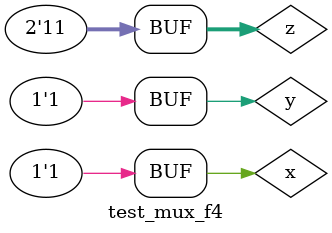
<source format=v>
module mux (output  s1,
input  x, 
input  y,
input  z,
input  w,
input [1:0]chave1);
wire t1,t2,t3,t4,n1,n2;

not NOT1(n1,chave1[0]);
not NOT2(n2,chave1[1]);
and AND1(t1,x,n1,n2);
and AND2(t2,y,chave1[0],n2);
and AND3(t3,z,n1,chave1[1]);
and AND4(t4,w,chave1[0],chave1[1]);
or OR1(s1,t1,t2,t3,t4);

endmodule//mux

module f4 (output  s2,
input  a, 
input  b,
input [1:0] chave2);
wire c,d,e,f;
or OR1(c,a,b);
xor XOR1(d,a,b);
nor NOR1(e,a,b);
xnor XNOR1(f,a,b);

mux MUX1(s2,c,e,d,f,chave2);

 endmodule // f4
module test_mux_f4; 
// ------------------------- definir dados 
reg x,y;
reg [1:0]z;  
wire g;
f4 modulo1 (g,x,y,z);
// ------------------------- parte principal 
initial begin 
$display("Exemplo0034 - Gabriel Luiz M. G. Vieira - 441691"); 
$display("Test LU's module"); 
x = 'b0; y = 'b0; z = 'b00;
// projetar testes do modulo 
#1 $monitor("%3b %3b -Chave- %3b - s2 = %3b",x,y,z,g);
#1 x = 'b0; y = 'b1;z ='b00;
#1 x = 'b1; y = 'b0;z ='b00;
#1 x = 'b1; y = 'b1;z ='b00;

#1 x = 'b0; y = 'b0;z ='b01;
#1 x = 'b0; y = 'b1;z ='b01;
#1 x = 'b1; y = 'b0;z ='b01;
#1 x = 'b1; y = 'b1;z ='b01;

#1 x = 'b0; y = 'b0;z ='b10;
#1 x = 'b0; y = 'b1;z ='b10;
#1 x = 'b1; y = 'b0;z ='b10;
#1 x = 'b1; y = 'b1;z ='b10;

#1 x = 'b0; y = 'b0;z ='b11;
#1 x = 'b0; y = 'b1;z ='b11;
#1 x = 'b1; y = 'b0;z ='b11;
#1 x = 'b1; y = 'b1;z ='b11;

end 
endmodule // test_f4 
</source>
